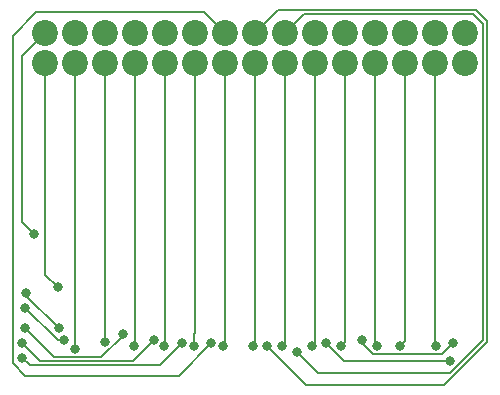
<source format=gbr>
%TF.GenerationSoftware,KiCad,Pcbnew,8.0.9-8.0.9-0~ubuntu22.04.1*%
%TF.CreationDate,2025-09-30T16:22:56+02:00*%
%TF.ProjectId,Pin_Test,50696e5f-5465-4737-942e-6b696361645f,rev?*%
%TF.SameCoordinates,Original*%
%TF.FileFunction,Copper,L2,Bot*%
%TF.FilePolarity,Positive*%
%FSLAX46Y46*%
G04 Gerber Fmt 4.6, Leading zero omitted, Abs format (unit mm)*
G04 Created by KiCad (PCBNEW 8.0.9-8.0.9-0~ubuntu22.04.1) date 2025-09-30 16:22:56*
%MOMM*%
%LPD*%
G01*
G04 APERTURE LIST*
%TA.AperFunction,ComponentPad*%
%ADD10C,2.200000*%
%TD*%
%TA.AperFunction,ViaPad*%
%ADD11C,0.800000*%
%TD*%
%TA.AperFunction,Conductor*%
%ADD12C,0.150000*%
%TD*%
%TA.AperFunction,Conductor*%
%ADD13C,0.200000*%
%TD*%
G04 APERTURE END LIST*
D10*
%TO.P,J1,1,VCC*%
%TO.N,VCC*%
X88940000Y-92020000D03*
%TO.P,J1,2,GND*%
%TO.N,GND*%
X88940000Y-94560000D03*
%TO.P,J1,3,P1*%
%TO.N,/P1*%
X91480000Y-92020000D03*
%TO.P,J1,4,P0*%
%TO.N,/P0*%
X91480000Y-94560000D03*
%TO.P,J1,5,P3*%
%TO.N,/P3*%
X94020000Y-92020000D03*
%TO.P,J1,6,P2*%
%TO.N,/P2*%
X94020000Y-94560000D03*
%TO.P,J1,7,C5*%
%TO.N,/C5*%
X96560000Y-92020000D03*
%TO.P,J1,8,C4*%
%TO.N,/C4*%
X96560000Y-94560000D03*
%TO.P,J1,9,C7*%
%TO.N,/C7*%
X99100000Y-92020000D03*
%TO.P,J1,10,C6*%
%TO.N,/C6*%
X99100000Y-94560000D03*
%TO.P,J1,11,C9*%
%TO.N,/C9*%
X101640000Y-92020000D03*
%TO.P,J1,12,C8*%
%TO.N,/C8*%
X101640000Y-94560000D03*
%TO.P,J1,13,C11*%
%TO.N,/C11*%
X104180000Y-92020000D03*
%TO.P,J1,14,C10*%
%TO.N,/C10*%
X104180000Y-94560000D03*
%TO.P,J1,15,C13*%
%TO.N,/C13*%
X106720000Y-92020000D03*
%TO.P,J1,16,C12*%
%TO.N,/C12*%
X106720000Y-94560000D03*
%TO.P,J1,17,C15*%
%TO.N,/C15*%
X109260000Y-92020000D03*
%TO.P,J1,18,C14*%
%TO.N,/C14*%
X109260000Y-94560000D03*
%TO.P,J1,19,C17*%
%TO.N,/C17*%
X111800000Y-92020000D03*
%TO.P,J1,20,C16*%
%TO.N,/C16*%
X111800000Y-94560000D03*
%TO.P,J1,21,C19*%
%TO.N,/C19*%
X114340000Y-92020000D03*
%TO.P,J1,22,C18*%
%TO.N,/C18*%
X114340000Y-94560000D03*
%TO.P,J1,23,GND*%
%TO.N,unconnected-(J1-GND-Pad23)*%
X116880000Y-92020000D03*
%TO.P,J1,24,C20*%
%TO.N,/C20*%
X116880000Y-94560000D03*
%TO.P,J1,25,M1+*%
%TO.N,/M1+*%
X119420000Y-92020000D03*
%TO.P,J1,26,M0+*%
%TO.N,/M0+*%
X119420000Y-94560000D03*
%TO.P,J1,27,M1-*%
%TO.N,/M1-*%
X121960000Y-92020000D03*
%TO.P,J1,28,M0-*%
%TO.N,/M0-*%
X121960000Y-94560000D03*
%TO.P,J1,29,GND*%
%TO.N,unconnected-(J1-GND-Pad29)*%
X124500000Y-92020000D03*
%TO.P,J1,30,VM+*%
%TO.N,/VM+*%
X124500000Y-94560000D03*
%TD*%
D11*
%TO.N,VCC*%
X88000000Y-109000000D03*
%TO.N,/C13*%
X107750000Y-118500000D03*
%TO.N,/C15*%
X110250000Y-119000000D03*
%TO.N,/C17*%
X112750000Y-118250000D03*
X123250000Y-119750000D03*
%TO.N,/C19*%
X123500000Y-118250000D03*
X115750000Y-118000000D03*
%TO.N,/C11*%
X103000000Y-118250000D03*
%TO.N,/C9*%
X87000000Y-119500000D03*
X100500000Y-118250000D03*
%TO.N,/C7*%
X98167947Y-117945298D03*
X87000000Y-118250000D03*
%TO.N,/C5*%
X95500000Y-117500000D03*
X87250000Y-117000000D03*
%TO.N,/P3*%
X90500000Y-118000000D03*
X87250000Y-115250000D03*
%TO.N,/P1*%
X90075000Y-117000000D03*
X87300000Y-114000000D03*
%TO.N,GND*%
X90000000Y-113500000D03*
%TO.N,/M0-*%
X122000000Y-118500000D03*
%TO.N,/M0+*%
X119000000Y-118500000D03*
%TO.N,/C20*%
X117000000Y-118500000D03*
%TO.N,/C18*%
X114000000Y-118500000D03*
%TO.N,/C16*%
X111500000Y-118500000D03*
%TO.N,/C14*%
X109000000Y-118500000D03*
%TO.N,/C12*%
X106500000Y-118500000D03*
%TO.N,/C10*%
X104000000Y-118500000D03*
%TO.N,/C8*%
X101500000Y-118500000D03*
%TO.N,/C6*%
X99000000Y-118500000D03*
%TO.N,/C4*%
X96500000Y-118500000D03*
%TO.N,/P2*%
X94031598Y-118125000D03*
%TO.N,/P0*%
X91456272Y-118750000D03*
%TD*%
D12*
%TO.N,/C15*%
X109260000Y-92020000D02*
X110885000Y-90395000D01*
X110885000Y-90395000D02*
X125195000Y-90395000D01*
X125195000Y-90395000D02*
X126000000Y-91200000D01*
X126000000Y-91200000D02*
X126000000Y-118000000D01*
X126000000Y-118000000D02*
X123250000Y-120750000D01*
X123250000Y-120750000D02*
X112000000Y-120750000D01*
X112000000Y-120750000D02*
X110250000Y-119000000D01*
%TO.N,/C13*%
X106720000Y-92020000D02*
X108695000Y-90045000D01*
X108695000Y-90045000D02*
X125445000Y-90045000D01*
X125445000Y-90045000D02*
X126350000Y-90950000D01*
X126350000Y-90950000D02*
X126350000Y-118144975D01*
X122730766Y-121764209D02*
X111014209Y-121764209D01*
X126350000Y-118144975D02*
X122730766Y-121764209D01*
X111014209Y-121764209D02*
X107750000Y-118500000D01*
D13*
%TO.N,VCC*%
X88940000Y-92020000D02*
X87000000Y-93960000D01*
X87000000Y-93960000D02*
X87000000Y-108000000D01*
X87000000Y-108000000D02*
X88000000Y-109000000D01*
%TO.N,/M0-*%
X121960000Y-94560000D02*
X121960000Y-118460000D01*
X121960000Y-118460000D02*
X122000000Y-118500000D01*
%TO.N,/M0+*%
X119000000Y-118500000D02*
X119420000Y-118080000D01*
X119420000Y-118080000D02*
X119420000Y-94560000D01*
%TO.N,/C20*%
X116880000Y-94560000D02*
X116880000Y-118380000D01*
X116880000Y-118380000D02*
X117000000Y-118500000D01*
%TO.N,/C18*%
X114340000Y-94560000D02*
X114340000Y-118160000D01*
X114340000Y-118160000D02*
X114000000Y-118500000D01*
%TO.N,/C16*%
X111800000Y-94560000D02*
X111800000Y-118200000D01*
X111800000Y-118200000D02*
X111500000Y-118500000D01*
%TO.N,/C14*%
X109260000Y-94560000D02*
X109260000Y-118240000D01*
X109260000Y-118240000D02*
X109000000Y-118500000D01*
%TO.N,/C12*%
X106500000Y-118500000D02*
X106720000Y-118280000D01*
X106720000Y-118280000D02*
X106720000Y-94560000D01*
%TO.N,/C10*%
X104180000Y-94560000D02*
X104180000Y-118320000D01*
X104180000Y-118320000D02*
X104000000Y-118500000D01*
%TO.N,/C8*%
X101500000Y-118500000D02*
X101500000Y-117500000D01*
X101500000Y-117500000D02*
X101640000Y-117360000D01*
X101640000Y-117360000D02*
X101640000Y-94560000D01*
%TO.N,/C6*%
X99100000Y-94560000D02*
X99100000Y-118400000D01*
X99100000Y-118400000D02*
X99000000Y-118500000D01*
%TO.N,/C4*%
X96500000Y-118500000D02*
X96560000Y-118440000D01*
X96560000Y-118440000D02*
X96560000Y-94560000D01*
%TO.N,/P2*%
X94020000Y-94560000D02*
X94020000Y-118113402D01*
X94020000Y-118113402D02*
X94031598Y-118125000D01*
%TO.N,/P0*%
X91456272Y-118750000D02*
X91480000Y-118726272D01*
X91480000Y-118726272D02*
X91480000Y-94560000D01*
%TO.N,GND*%
X88940000Y-94560000D02*
X88940000Y-112440000D01*
X88940000Y-112440000D02*
X90000000Y-113500000D01*
D12*
%TO.N,/C17*%
X114250000Y-119750000D02*
X112750000Y-118250000D01*
X123250000Y-119750000D02*
X114250000Y-119750000D01*
%TO.N,/C19*%
X115750000Y-118204595D02*
X115750000Y-118000000D01*
X122575000Y-119175000D02*
X116720405Y-119175000D01*
X116720405Y-119175000D02*
X115750000Y-118204595D01*
X123500000Y-118250000D02*
X122575000Y-119175000D01*
%TO.N,/C9*%
X87000000Y-119500000D02*
X87625000Y-120125000D01*
X87625000Y-120125000D02*
X98625000Y-120125000D01*
X98625000Y-120125000D02*
X100500000Y-118250000D01*
%TO.N,/C7*%
X96338245Y-119775000D02*
X98167947Y-117945298D01*
X87000000Y-118250000D02*
X88525000Y-119775000D01*
X88525000Y-119775000D02*
X96338245Y-119775000D01*
%TO.N,/C5*%
X93686193Y-119425000D02*
X89675000Y-119425000D01*
X89675000Y-119425000D02*
X87250000Y-117000000D01*
X95500000Y-117500000D02*
X95500000Y-117611193D01*
X95500000Y-117611193D02*
X93686193Y-119425000D01*
%TO.N,/P3*%
X90000000Y-118000000D02*
X90500000Y-118000000D01*
X87250000Y-115250000D02*
X90000000Y-118000000D01*
%TO.N,/P1*%
X87300000Y-114225000D02*
X90075000Y-117000000D01*
X87300000Y-114000000D02*
X87300000Y-114225000D01*
%TO.N,/C11*%
X100250000Y-121000000D02*
X103000000Y-118250000D01*
X87250000Y-121000000D02*
X100250000Y-121000000D01*
X86200000Y-92253438D02*
X86200000Y-119950000D01*
X88203438Y-90250000D02*
X86200000Y-92253438D01*
X102410000Y-90250000D02*
X88203438Y-90250000D01*
X86200000Y-119950000D02*
X87250000Y-121000000D01*
X104180000Y-92020000D02*
X102410000Y-90250000D01*
%TD*%
M02*

</source>
